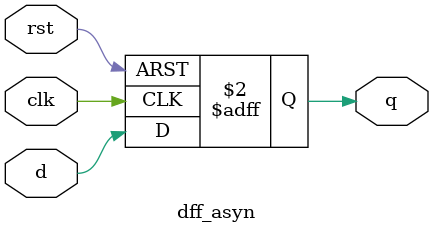
<source format=v>
module dff_asyn(q,d,clk,rst);
output q;
input d,clk,rst;
reg q;
always@(posedge clk,posedge rst)
begin
if(rst)
q<=1'b0;
else
q<=d;
end
endmodule

</source>
